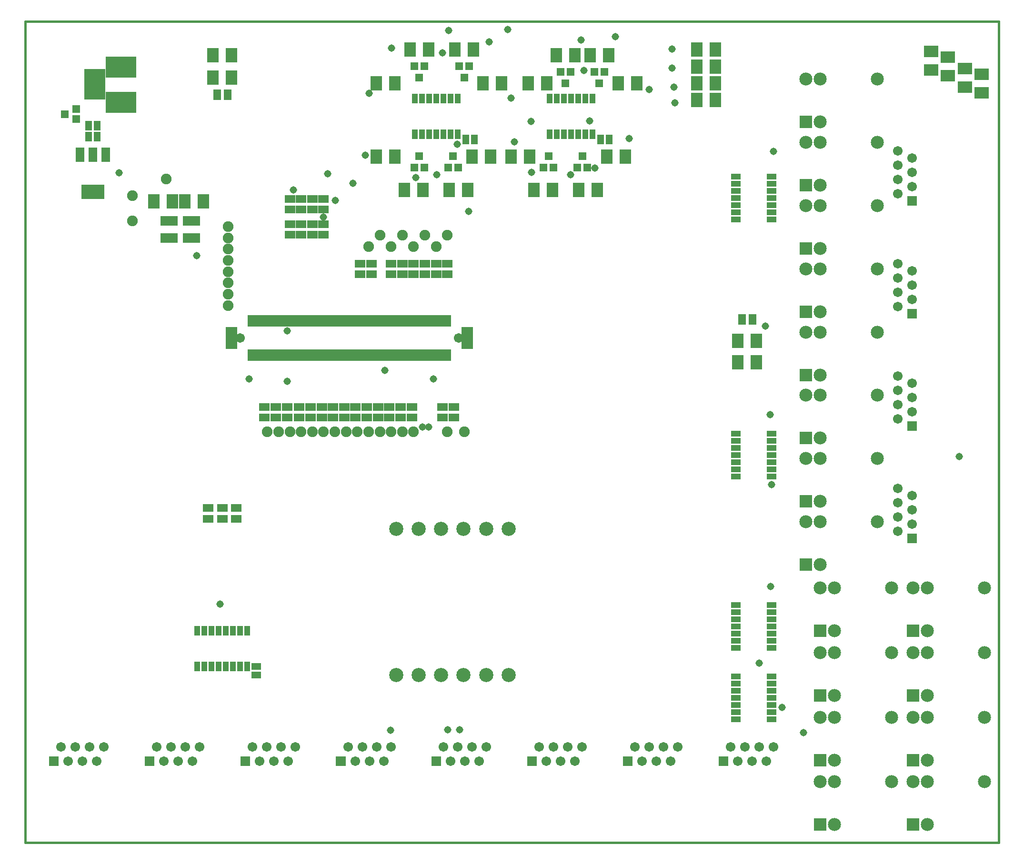
<source format=gts>
G04 (created by PCBNEW-RS274X (2010-05-05 BZR 2356)-stable) date 04/02/2012 09:10:17*
G01*
G70*
G90*
%MOIN*%
G04 Gerber Fmt 3.4, Leading zero omitted, Abs format*
%FSLAX34Y34*%
G04 APERTURE LIST*
%ADD10C,0.006000*%
%ADD11C,0.015000*%
%ADD12C,0.075000*%
%ADD13R,0.045000X0.065000*%
%ADD14R,0.075000X0.055000*%
%ADD15R,0.055000X0.075000*%
%ADD16R,0.080000X0.100000*%
%ADD17R,0.065000X0.040000*%
%ADD18R,0.040000X0.065000*%
%ADD19R,0.164000X0.100000*%
%ADD20R,0.060000X0.100000*%
%ADD21R,0.056000X0.056000*%
%ADD22R,0.120000X0.070000*%
%ADD23R,0.065000X0.045000*%
%ADD24R,0.100000X0.080000*%
%ADD25R,0.216900X0.146000*%
%ADD26R,0.146000X0.216900*%
%ADD27R,0.090900X0.090900*%
%ADD28C,0.090900*%
%ADD29R,0.067200X0.067200*%
%ADD30C,0.067200*%
%ADD31R,0.031600X0.083000*%
%ADD32R,0.047600X0.083000*%
%ADD33R,0.083000X0.153900*%
%ADD34C,0.098700*%
%ADD35C,0.051500*%
G04 APERTURE END LIST*
G54D10*
G54D11*
X25984Y-68110D02*
X26378Y-68110D01*
X25984Y-10630D02*
X25984Y-68110D01*
X27165Y-10630D02*
X25984Y-10630D01*
X94094Y-10630D02*
X27165Y-10630D01*
X94094Y-68110D02*
X94094Y-10630D01*
X26378Y-68110D02*
X94094Y-68110D01*
G54D12*
X35827Y-21654D03*
X33465Y-24606D03*
X33465Y-22835D03*
G54D13*
X30409Y-18701D03*
X31009Y-18701D03*
X30409Y-17913D03*
X31009Y-17913D03*
G54D14*
X46850Y-23799D03*
X46850Y-23049D03*
X46063Y-23050D03*
X46063Y-23800D03*
X45276Y-25572D03*
X45276Y-24822D03*
X44488Y-24822D03*
X44488Y-25572D03*
G54D15*
X76875Y-31500D03*
X76125Y-31500D03*
X39389Y-15748D03*
X40139Y-15748D03*
G54D16*
X38445Y-23228D03*
X37145Y-23228D03*
X34980Y-23228D03*
X36280Y-23228D03*
X77150Y-34500D03*
X75850Y-34500D03*
X39114Y-14567D03*
X40414Y-14567D03*
G54D17*
X75700Y-21500D03*
X75700Y-22000D03*
X75700Y-22500D03*
X75700Y-23000D03*
X75700Y-23500D03*
X75700Y-24000D03*
X75700Y-24500D03*
X78200Y-24500D03*
X78200Y-24000D03*
X78200Y-23000D03*
X78200Y-22500D03*
X78200Y-22000D03*
X78200Y-21500D03*
X78200Y-23500D03*
X75700Y-39500D03*
X75700Y-40000D03*
X75700Y-40500D03*
X75700Y-41000D03*
X75700Y-41500D03*
X75700Y-42000D03*
X75700Y-42500D03*
X78200Y-42500D03*
X78200Y-42000D03*
X78200Y-41000D03*
X78200Y-40500D03*
X78200Y-40000D03*
X78200Y-39500D03*
X78200Y-41500D03*
G54D18*
X56224Y-16023D03*
X55724Y-16023D03*
X55224Y-16023D03*
X54724Y-16023D03*
X54224Y-16023D03*
X53724Y-16023D03*
X53224Y-16023D03*
X53224Y-18523D03*
X53724Y-18523D03*
X54724Y-18523D03*
X55224Y-18523D03*
X55724Y-18523D03*
X56224Y-18523D03*
X54224Y-18523D03*
X65673Y-16023D03*
X65173Y-16023D03*
X64673Y-16023D03*
X64173Y-16023D03*
X63673Y-16023D03*
X63173Y-16023D03*
X62673Y-16023D03*
X62673Y-18523D03*
X63173Y-18523D03*
X64173Y-18523D03*
X64673Y-18523D03*
X65173Y-18523D03*
X65673Y-18523D03*
X63673Y-18523D03*
G54D17*
X75700Y-56500D03*
X75700Y-57000D03*
X75700Y-57500D03*
X75700Y-58000D03*
X75700Y-58500D03*
X75700Y-59000D03*
X75700Y-59500D03*
X78200Y-59500D03*
X78200Y-59000D03*
X78200Y-58000D03*
X78200Y-57500D03*
X78200Y-57000D03*
X78200Y-56500D03*
X78200Y-58500D03*
X75700Y-51500D03*
X75700Y-52000D03*
X75700Y-52500D03*
X75700Y-53000D03*
X75700Y-53500D03*
X75700Y-54000D03*
X75700Y-54500D03*
X78200Y-54500D03*
X78200Y-54000D03*
X78200Y-53000D03*
X78200Y-52500D03*
X78200Y-52000D03*
X78200Y-51500D03*
X78200Y-53500D03*
G54D18*
X41514Y-55777D03*
X40514Y-55777D03*
X40014Y-55777D03*
X39514Y-55777D03*
X39014Y-55777D03*
X38514Y-55777D03*
X38014Y-55777D03*
X38014Y-53277D03*
X38514Y-53277D03*
X39014Y-53277D03*
X39514Y-53277D03*
X40014Y-53277D03*
X40514Y-53277D03*
X41014Y-53277D03*
X41514Y-53277D03*
X41014Y-55777D03*
G54D19*
X30709Y-22560D03*
G54D20*
X30709Y-19960D03*
X29809Y-19960D03*
X31609Y-19960D03*
G54D21*
X56343Y-13773D03*
X57043Y-13773D03*
X56693Y-14573D03*
X65311Y-20873D03*
X64611Y-20873D03*
X64961Y-20073D03*
X62948Y-20873D03*
X62248Y-20873D03*
X62598Y-20073D03*
X63429Y-14167D03*
X64129Y-14167D03*
X63779Y-14967D03*
X65792Y-14167D03*
X66492Y-14167D03*
X66142Y-14967D03*
X29534Y-16776D03*
X29534Y-17476D03*
X28734Y-17126D03*
G54D22*
X37598Y-25797D03*
X37598Y-24597D03*
X36024Y-25797D03*
X36024Y-24597D03*
G54D12*
X56693Y-39370D03*
X55512Y-39370D03*
X49213Y-39370D03*
X50000Y-39370D03*
X50787Y-39370D03*
X51575Y-39370D03*
X52362Y-39370D03*
X53150Y-39370D03*
X55512Y-25591D03*
X53937Y-25591D03*
X52362Y-25591D03*
X50787Y-25591D03*
X54724Y-26378D03*
X53150Y-26378D03*
X51575Y-26378D03*
X50000Y-26378D03*
X42913Y-39370D03*
X43701Y-39370D03*
X44488Y-39370D03*
X45276Y-39370D03*
X46063Y-39370D03*
X46850Y-39370D03*
X47638Y-39370D03*
X48425Y-39370D03*
X40157Y-25000D03*
X40157Y-25787D03*
X40157Y-26575D03*
X40157Y-27362D03*
X40157Y-28149D03*
X40157Y-28937D03*
X40157Y-29724D03*
X40157Y-30512D03*
G54D13*
X57386Y-18898D03*
X56786Y-18898D03*
X66835Y-18898D03*
X66235Y-18898D03*
G54D23*
X42126Y-56402D03*
X42126Y-55802D03*
G54D14*
X46850Y-25572D03*
X46850Y-24822D03*
X46063Y-24822D03*
X46063Y-25572D03*
X45276Y-23800D03*
X45276Y-23050D03*
X44488Y-23050D03*
X44488Y-23800D03*
X55972Y-38375D03*
X55972Y-37625D03*
X55185Y-38375D03*
X55185Y-37625D03*
X53020Y-38375D03*
X53020Y-37625D03*
X52232Y-38375D03*
X52232Y-37625D03*
X51445Y-38375D03*
X51445Y-37625D03*
X50657Y-38375D03*
X50657Y-37625D03*
X49870Y-38375D03*
X49870Y-37625D03*
X49083Y-38375D03*
X49083Y-37625D03*
X48295Y-38375D03*
X48295Y-37625D03*
X47508Y-38375D03*
X47508Y-37625D03*
X46720Y-38375D03*
X46720Y-37625D03*
X45933Y-38375D03*
X45933Y-37625D03*
X45146Y-38375D03*
X45146Y-37625D03*
X43504Y-38367D03*
X43504Y-37617D03*
X44291Y-37617D03*
X44291Y-38367D03*
X55512Y-28328D03*
X55512Y-27578D03*
X54724Y-28328D03*
X54724Y-27578D03*
X53937Y-28328D03*
X53937Y-27578D03*
X53150Y-28328D03*
X53150Y-27578D03*
X52362Y-28328D03*
X52362Y-27578D03*
X51575Y-28328D03*
X51575Y-27578D03*
X50197Y-28328D03*
X50197Y-27578D03*
X49409Y-28328D03*
X49409Y-27578D03*
G54D16*
X51831Y-14961D03*
X50531Y-14961D03*
X58011Y-14961D03*
X59311Y-14961D03*
X56949Y-22441D03*
X55649Y-22441D03*
X53800Y-22441D03*
X52500Y-22441D03*
X52893Y-12598D03*
X54193Y-12598D03*
X56043Y-12598D03*
X57343Y-12598D03*
X66673Y-20079D03*
X67973Y-20079D03*
X61280Y-20079D03*
X59980Y-20079D03*
X62461Y-14961D03*
X61161Y-14961D03*
X67460Y-14961D03*
X68760Y-14961D03*
X66004Y-22441D03*
X64704Y-22441D03*
X62855Y-22441D03*
X61555Y-22441D03*
G54D24*
X89370Y-12736D03*
X89370Y-14036D03*
X91732Y-13917D03*
X91732Y-15217D03*
G54D21*
X56255Y-20873D03*
X55555Y-20873D03*
X55905Y-20073D03*
X53892Y-20873D03*
X53192Y-20873D03*
X53542Y-20073D03*
X53193Y-13773D03*
X53893Y-13773D03*
X53543Y-14573D03*
G54D14*
X39763Y-45453D03*
X39763Y-44703D03*
X40748Y-45453D03*
X40748Y-44703D03*
X38779Y-45453D03*
X38779Y-44703D03*
G54D16*
X57224Y-20079D03*
X58524Y-20079D03*
X51831Y-20079D03*
X50531Y-20079D03*
X72972Y-14961D03*
X74272Y-14961D03*
X72972Y-12598D03*
X74272Y-12598D03*
G54D24*
X90551Y-13130D03*
X90551Y-14430D03*
X92913Y-14311D03*
X92913Y-15611D03*
G54D16*
X63129Y-12992D03*
X64429Y-12992D03*
X65492Y-12992D03*
X66792Y-12992D03*
X72972Y-16142D03*
X74272Y-16142D03*
X72972Y-13780D03*
X74272Y-13780D03*
X77150Y-33000D03*
X75850Y-33000D03*
X39114Y-12992D03*
X40414Y-12992D03*
G54D14*
X42716Y-38367D03*
X42716Y-37617D03*
G54D25*
X32677Y-13842D03*
X32677Y-16283D03*
G54D26*
X30827Y-15024D03*
G54D27*
X80607Y-17661D03*
G54D28*
X81607Y-17661D03*
X85607Y-14661D03*
X81607Y-14661D03*
X80607Y-14661D03*
G54D27*
X80607Y-22090D03*
G54D28*
X81607Y-22090D03*
X85607Y-19090D03*
X81607Y-19090D03*
X80607Y-19090D03*
G54D27*
X80607Y-26519D03*
G54D28*
X81607Y-26519D03*
X85607Y-23519D03*
X81607Y-23519D03*
X80607Y-23519D03*
G54D27*
X80607Y-30948D03*
G54D28*
X81607Y-30948D03*
X85607Y-27948D03*
X81607Y-27948D03*
X80607Y-27948D03*
G54D27*
X80607Y-35378D03*
G54D28*
X81607Y-35378D03*
X85607Y-32378D03*
X81607Y-32378D03*
X80607Y-32378D03*
G54D27*
X80607Y-39807D03*
G54D28*
X81607Y-39807D03*
X85607Y-36807D03*
X81607Y-36807D03*
X80607Y-36807D03*
G54D27*
X80607Y-44236D03*
G54D28*
X81607Y-44236D03*
X85607Y-41236D03*
X81607Y-41236D03*
X80607Y-41236D03*
G54D27*
X80607Y-48665D03*
G54D28*
X81607Y-48665D03*
X85607Y-45665D03*
X81607Y-45665D03*
X80607Y-45665D03*
G54D27*
X81591Y-53292D03*
G54D28*
X82591Y-53292D03*
X86591Y-50292D03*
X82591Y-50292D03*
X81591Y-50292D03*
G54D27*
X88087Y-53292D03*
G54D28*
X89087Y-53292D03*
X93087Y-50292D03*
X89087Y-50292D03*
X88087Y-50292D03*
G54D27*
X81591Y-57819D03*
G54D28*
X82591Y-57819D03*
X86591Y-54819D03*
X82591Y-54819D03*
X81591Y-54819D03*
G54D27*
X88087Y-57819D03*
G54D28*
X89087Y-57819D03*
X93087Y-54819D03*
X89087Y-54819D03*
X88087Y-54819D03*
G54D27*
X81591Y-62347D03*
G54D28*
X82591Y-62347D03*
X86591Y-59347D03*
X82591Y-59347D03*
X81591Y-59347D03*
G54D27*
X88087Y-62347D03*
G54D28*
X89087Y-62347D03*
X93087Y-59347D03*
X89087Y-59347D03*
X88087Y-59347D03*
G54D27*
X81591Y-66874D03*
G54D28*
X82591Y-66874D03*
X86591Y-63874D03*
X82591Y-63874D03*
X81591Y-63874D03*
G54D27*
X88087Y-66874D03*
G54D28*
X89087Y-66874D03*
X93087Y-63874D03*
X89087Y-63874D03*
X88087Y-63874D03*
G54D29*
X88028Y-23207D03*
G54D30*
X87028Y-22707D03*
X88028Y-22207D03*
X87028Y-21707D03*
X88028Y-21207D03*
X87028Y-20707D03*
X88028Y-20207D03*
X87028Y-19707D03*
G54D29*
X88028Y-31081D03*
G54D30*
X87028Y-30581D03*
X88028Y-30081D03*
X87028Y-29581D03*
X88028Y-29081D03*
X87028Y-28581D03*
X88028Y-28081D03*
X87028Y-27581D03*
G54D29*
X88028Y-38955D03*
G54D30*
X87028Y-38455D03*
X88028Y-37955D03*
X87028Y-37455D03*
X88028Y-36955D03*
X87028Y-36455D03*
X88028Y-35955D03*
X87028Y-35455D03*
G54D29*
X88028Y-46829D03*
G54D30*
X87028Y-46329D03*
X88028Y-45829D03*
X87028Y-45329D03*
X88028Y-44829D03*
X87028Y-44329D03*
X88028Y-43829D03*
X87028Y-43329D03*
G54D29*
X74825Y-62438D03*
G54D30*
X75325Y-61438D03*
X75825Y-62438D03*
X76325Y-61438D03*
X76825Y-62438D03*
X77325Y-61438D03*
X77825Y-62438D03*
X78325Y-61438D03*
G54D29*
X68132Y-62438D03*
G54D30*
X68632Y-61438D03*
X69132Y-62438D03*
X69632Y-61438D03*
X70132Y-62438D03*
X70632Y-61438D03*
X71132Y-62438D03*
X71632Y-61438D03*
G54D29*
X61439Y-62438D03*
G54D30*
X61939Y-61438D03*
X62439Y-62438D03*
X62939Y-61438D03*
X63439Y-62438D03*
X63939Y-61438D03*
X64439Y-62438D03*
X64939Y-61438D03*
G54D29*
X54746Y-62438D03*
G54D30*
X55246Y-61438D03*
X55746Y-62438D03*
X56246Y-61438D03*
X56746Y-62438D03*
X57246Y-61438D03*
X57746Y-62438D03*
X58246Y-61438D03*
G54D10*
G36*
X27638Y-62774D02*
X27638Y-62102D01*
X28310Y-62102D01*
X28310Y-62774D01*
X27638Y-62774D01*
X27638Y-62774D01*
G37*
G54D30*
X28474Y-61438D03*
X28974Y-62438D03*
X29474Y-61438D03*
X29974Y-62438D03*
X30474Y-61438D03*
X30974Y-62438D03*
X31474Y-61438D03*
G54D10*
G36*
X34331Y-62774D02*
X34331Y-62102D01*
X35003Y-62102D01*
X35003Y-62774D01*
X34331Y-62774D01*
X34331Y-62774D01*
G37*
G54D30*
X35167Y-61438D03*
X35667Y-62438D03*
X36167Y-61438D03*
X36667Y-62438D03*
X37167Y-61438D03*
X37667Y-62438D03*
X38167Y-61438D03*
G54D10*
G36*
X41024Y-62774D02*
X41024Y-62102D01*
X41696Y-62102D01*
X41696Y-62774D01*
X41024Y-62774D01*
X41024Y-62774D01*
G37*
G54D30*
X41860Y-61438D03*
X42360Y-62438D03*
X42860Y-61438D03*
X43360Y-62438D03*
X43860Y-61438D03*
X44360Y-62438D03*
X44860Y-61438D03*
G54D10*
G36*
X47717Y-62774D02*
X47717Y-62102D01*
X48389Y-62102D01*
X48389Y-62774D01*
X47717Y-62774D01*
X47717Y-62774D01*
G37*
G54D30*
X48553Y-61438D03*
X49053Y-62438D03*
X49553Y-61438D03*
X50053Y-62438D03*
X50553Y-61438D03*
X51053Y-62438D03*
X51553Y-61438D03*
G54D31*
X41661Y-31578D03*
X41661Y-33980D03*
X41858Y-31578D03*
X41858Y-33980D03*
X42055Y-31578D03*
X42055Y-33980D03*
X42252Y-31578D03*
X42252Y-33980D03*
X42448Y-31578D03*
X42448Y-33980D03*
G54D32*
X42744Y-31578D03*
X42744Y-33980D03*
G54D31*
X43039Y-31578D03*
X43039Y-33980D03*
X43236Y-31578D03*
X43236Y-33980D03*
X43433Y-31578D03*
X43433Y-33980D03*
X43630Y-31578D03*
X43630Y-33980D03*
X43826Y-31578D03*
X43826Y-33980D03*
X44023Y-31578D03*
X44023Y-33980D03*
X44220Y-31578D03*
X44220Y-33980D03*
X44417Y-31578D03*
X44417Y-33980D03*
X44614Y-31578D03*
X44614Y-33980D03*
X44811Y-31578D03*
X44811Y-33980D03*
G54D32*
X45106Y-31578D03*
X45106Y-33980D03*
G54D31*
X45401Y-31578D03*
X45401Y-33980D03*
X45598Y-31578D03*
X45598Y-33980D03*
X45795Y-31578D03*
X45795Y-33980D03*
X45992Y-31578D03*
X45992Y-33980D03*
X46189Y-31578D03*
X46189Y-33980D03*
X46385Y-31578D03*
X46385Y-33980D03*
X46582Y-31578D03*
X46582Y-33980D03*
X46779Y-31578D03*
X46779Y-33980D03*
X50519Y-33980D03*
X50716Y-31578D03*
X50716Y-33980D03*
X50913Y-31578D03*
X50913Y-33980D03*
X51110Y-31578D03*
X51110Y-33980D03*
X51307Y-31578D03*
X51307Y-33980D03*
X51504Y-31578D03*
X51504Y-33980D03*
X51700Y-31578D03*
X51700Y-33980D03*
X51897Y-31578D03*
X51897Y-33980D03*
G54D32*
X52192Y-31578D03*
X52192Y-33980D03*
G54D31*
X52488Y-31578D03*
X52488Y-33980D03*
X52685Y-31578D03*
X52685Y-33980D03*
X52881Y-31578D03*
X52881Y-33980D03*
X53078Y-31578D03*
X53078Y-33980D03*
X53275Y-31578D03*
X53275Y-33980D03*
X53472Y-31578D03*
X53472Y-33980D03*
X53669Y-31578D03*
X53669Y-33980D03*
X53866Y-31578D03*
X53866Y-33980D03*
X54063Y-31578D03*
X54063Y-33980D03*
X54259Y-31578D03*
X54259Y-33980D03*
G54D32*
X54555Y-31578D03*
X54555Y-33980D03*
G54D31*
X54850Y-31578D03*
X54850Y-33980D03*
X55047Y-31578D03*
X55047Y-33980D03*
X55244Y-31578D03*
X55244Y-33980D03*
X55441Y-31578D03*
X55441Y-33980D03*
X55637Y-31578D03*
X55637Y-33980D03*
X46976Y-31578D03*
X46976Y-33980D03*
X47173Y-31578D03*
X47173Y-33980D03*
G54D32*
X47468Y-31578D03*
X47468Y-33980D03*
G54D31*
X47763Y-31578D03*
X47763Y-33980D03*
X47960Y-31578D03*
X47960Y-33980D03*
X48157Y-31578D03*
X48157Y-33980D03*
X48354Y-31578D03*
X48354Y-33980D03*
X48551Y-31578D03*
X48551Y-33980D03*
X48748Y-31578D03*
X48748Y-33980D03*
X48944Y-33980D03*
X49141Y-31578D03*
X49141Y-33980D03*
X49338Y-31578D03*
X49338Y-33980D03*
X49535Y-31578D03*
X49535Y-33980D03*
G54D32*
X49830Y-31578D03*
X49830Y-33980D03*
G54D31*
X50126Y-31578D03*
X50126Y-33980D03*
X50322Y-31578D03*
X50322Y-33980D03*
X50519Y-31578D03*
X48944Y-31578D03*
G54D30*
X40992Y-32779D03*
X56307Y-32779D03*
G54D33*
X56897Y-32779D03*
X40401Y-32779D03*
G54D34*
X59795Y-56406D03*
X58220Y-56406D03*
X56645Y-56406D03*
X55070Y-56406D03*
X53496Y-56406D03*
X51921Y-56406D03*
X51921Y-46169D03*
X53496Y-46169D03*
X55070Y-46169D03*
X56645Y-46169D03*
X58220Y-46169D03*
X59795Y-46169D03*
G54D35*
X80433Y-60433D03*
X44724Y-22441D03*
X48898Y-21968D03*
X61378Y-17618D03*
X56201Y-19213D03*
X65472Y-17598D03*
X37953Y-27028D03*
X57008Y-23937D03*
X65846Y-20886D03*
X65059Y-14075D03*
X32539Y-21220D03*
X51614Y-12500D03*
X51142Y-35059D03*
X41634Y-35650D03*
X54212Y-39016D03*
X51527Y-60256D03*
X53779Y-39016D03*
X55527Y-60228D03*
X56358Y-60224D03*
X50020Y-15669D03*
X49764Y-20000D03*
X39606Y-51417D03*
X91319Y-41102D03*
X78189Y-43071D03*
X68228Y-18819D03*
X69646Y-15394D03*
X60197Y-19055D03*
X47146Y-21279D03*
X59961Y-15984D03*
X54527Y-35669D03*
X46842Y-24323D03*
X47673Y-23173D03*
X44291Y-32283D03*
X44291Y-35827D03*
X77323Y-55551D03*
X78149Y-50197D03*
X78110Y-38150D03*
X78346Y-19724D03*
X77756Y-31968D03*
X78937Y-58661D03*
X59744Y-11181D03*
X58425Y-12067D03*
X55157Y-12815D03*
X55610Y-11260D03*
X71240Y-13898D03*
X61398Y-21181D03*
X64862Y-11929D03*
X67283Y-11693D03*
X71378Y-15217D03*
X54783Y-21358D03*
X71220Y-12559D03*
X64134Y-21358D03*
X71437Y-16319D03*
X53307Y-21555D03*
M02*

</source>
